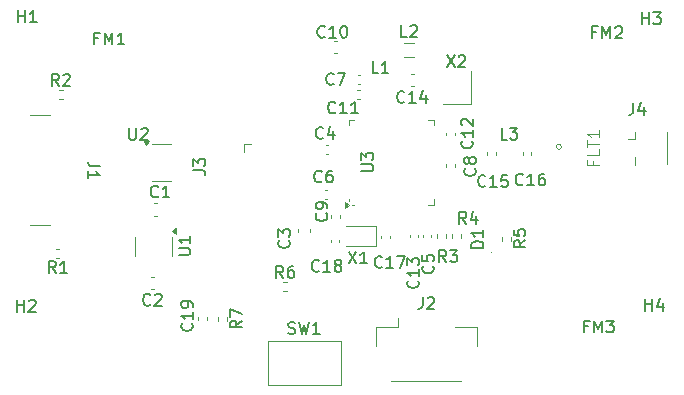
<source format=gbr>
%TF.GenerationSoftware,KiCad,Pcbnew,9.0.2*%
%TF.CreationDate,2025-06-08T15:41:30-05:00*%
%TF.ProjectId,STM32,53544d33-322e-46b6-9963-61645f706362,rev?*%
%TF.SameCoordinates,PX218c9f8PY54a9188*%
%TF.FileFunction,Legend,Top*%
%TF.FilePolarity,Positive*%
%FSLAX46Y46*%
G04 Gerber Fmt 4.6, Leading zero omitted, Abs format (unit mm)*
G04 Created by KiCad (PCBNEW 9.0.2) date 2025-06-08 15:41:30*
%MOMM*%
%LPD*%
G01*
G04 APERTURE LIST*
%ADD10C,0.150000*%
%ADD11C,0.100000*%
%ADD12C,0.120000*%
G04 APERTURE END LIST*
D10*
X10141180Y18426334D02*
X9426895Y18426334D01*
X9426895Y18426334D02*
X9284038Y18473953D01*
X9284038Y18473953D02*
X9188800Y18569191D01*
X9188800Y18569191D02*
X9141180Y18712048D01*
X9141180Y18712048D02*
X9141180Y18807286D01*
X9141180Y17426334D02*
X9141180Y17997762D01*
X9141180Y17712048D02*
X10141180Y17712048D01*
X10141180Y17712048D02*
X9998323Y17807286D01*
X9998323Y17807286D02*
X9903085Y17902524D01*
X9903085Y17902524D02*
X9855466Y17997762D01*
X28694142Y9600420D02*
X28646523Y9552800D01*
X28646523Y9552800D02*
X28503666Y9505181D01*
X28503666Y9505181D02*
X28408428Y9505181D01*
X28408428Y9505181D02*
X28265571Y9552800D01*
X28265571Y9552800D02*
X28170333Y9648039D01*
X28170333Y9648039D02*
X28122714Y9743277D01*
X28122714Y9743277D02*
X28075095Y9933753D01*
X28075095Y9933753D02*
X28075095Y10076610D01*
X28075095Y10076610D02*
X28122714Y10267086D01*
X28122714Y10267086D02*
X28170333Y10362324D01*
X28170333Y10362324D02*
X28265571Y10457562D01*
X28265571Y10457562D02*
X28408428Y10505181D01*
X28408428Y10505181D02*
X28503666Y10505181D01*
X28503666Y10505181D02*
X28646523Y10457562D01*
X28646523Y10457562D02*
X28694142Y10409943D01*
X29646523Y9505181D02*
X29075095Y9505181D01*
X29360809Y9505181D02*
X29360809Y10505181D01*
X29360809Y10505181D02*
X29265571Y10362324D01*
X29265571Y10362324D02*
X29170333Y10267086D01*
X29170333Y10267086D02*
X29075095Y10219467D01*
X30217952Y10076610D02*
X30122714Y10124229D01*
X30122714Y10124229D02*
X30075095Y10171848D01*
X30075095Y10171848D02*
X30027476Y10267086D01*
X30027476Y10267086D02*
X30027476Y10314705D01*
X30027476Y10314705D02*
X30075095Y10409943D01*
X30075095Y10409943D02*
X30122714Y10457562D01*
X30122714Y10457562D02*
X30217952Y10505181D01*
X30217952Y10505181D02*
X30408428Y10505181D01*
X30408428Y10505181D02*
X30503666Y10457562D01*
X30503666Y10457562D02*
X30551285Y10409943D01*
X30551285Y10409943D02*
X30598904Y10314705D01*
X30598904Y10314705D02*
X30598904Y10267086D01*
X30598904Y10267086D02*
X30551285Y10171848D01*
X30551285Y10171848D02*
X30503666Y10124229D01*
X30503666Y10124229D02*
X30408428Y10076610D01*
X30408428Y10076610D02*
X30217952Y10076610D01*
X30217952Y10076610D02*
X30122714Y10028991D01*
X30122714Y10028991D02*
X30075095Y9981372D01*
X30075095Y9981372D02*
X30027476Y9886134D01*
X30027476Y9886134D02*
X30027476Y9695658D01*
X30027476Y9695658D02*
X30075095Y9600420D01*
X30075095Y9600420D02*
X30122714Y9552800D01*
X30122714Y9552800D02*
X30217952Y9505181D01*
X30217952Y9505181D02*
X30408428Y9505181D01*
X30408428Y9505181D02*
X30503666Y9552800D01*
X30503666Y9552800D02*
X30551285Y9600420D01*
X30551285Y9600420D02*
X30598904Y9695658D01*
X30598904Y9695658D02*
X30598904Y9886134D01*
X30598904Y9886134D02*
X30551285Y9981372D01*
X30551285Y9981372D02*
X30503666Y10028991D01*
X30503666Y10028991D02*
X30408428Y10076610D01*
X52166238Y29791991D02*
X51832905Y29791991D01*
X51832905Y29268181D02*
X51832905Y30268181D01*
X51832905Y30268181D02*
X52309095Y30268181D01*
X52690048Y29268181D02*
X52690048Y30268181D01*
X52690048Y30268181D02*
X53023381Y29553896D01*
X53023381Y29553896D02*
X53356714Y30268181D01*
X53356714Y30268181D02*
X53356714Y29268181D01*
X53785286Y30172943D02*
X53832905Y30220562D01*
X53832905Y30220562D02*
X53928143Y30268181D01*
X53928143Y30268181D02*
X54166238Y30268181D01*
X54166238Y30268181D02*
X54261476Y30220562D01*
X54261476Y30220562D02*
X54309095Y30172943D01*
X54309095Y30172943D02*
X54356714Y30077705D01*
X54356714Y30077705D02*
X54356714Y29982467D01*
X54356714Y29982467D02*
X54309095Y29839610D01*
X54309095Y29839610D02*
X53737667Y29268181D01*
X53737667Y29268181D02*
X54356714Y29268181D01*
X41154333Y13568181D02*
X40821000Y14044372D01*
X40582905Y13568181D02*
X40582905Y14568181D01*
X40582905Y14568181D02*
X40963857Y14568181D01*
X40963857Y14568181D02*
X41059095Y14520562D01*
X41059095Y14520562D02*
X41106714Y14472943D01*
X41106714Y14472943D02*
X41154333Y14377705D01*
X41154333Y14377705D02*
X41154333Y14234848D01*
X41154333Y14234848D02*
X41106714Y14139610D01*
X41106714Y14139610D02*
X41059095Y14091991D01*
X41059095Y14091991D02*
X40963857Y14044372D01*
X40963857Y14044372D02*
X40582905Y14044372D01*
X42011476Y14234848D02*
X42011476Y13568181D01*
X41773381Y14615800D02*
X41535286Y13901515D01*
X41535286Y13901515D02*
X42154333Y13901515D01*
X29932333Y25421420D02*
X29884714Y25373800D01*
X29884714Y25373800D02*
X29741857Y25326181D01*
X29741857Y25326181D02*
X29646619Y25326181D01*
X29646619Y25326181D02*
X29503762Y25373800D01*
X29503762Y25373800D02*
X29408524Y25469039D01*
X29408524Y25469039D02*
X29360905Y25564277D01*
X29360905Y25564277D02*
X29313286Y25754753D01*
X29313286Y25754753D02*
X29313286Y25897610D01*
X29313286Y25897610D02*
X29360905Y26088086D01*
X29360905Y26088086D02*
X29408524Y26183324D01*
X29408524Y26183324D02*
X29503762Y26278562D01*
X29503762Y26278562D02*
X29646619Y26326181D01*
X29646619Y26326181D02*
X29741857Y26326181D01*
X29741857Y26326181D02*
X29884714Y26278562D01*
X29884714Y26278562D02*
X29932333Y26230943D01*
X30265667Y26326181D02*
X30932333Y26326181D01*
X30932333Y26326181D02*
X30503762Y25326181D01*
X16800819Y10922096D02*
X17610342Y10922096D01*
X17610342Y10922096D02*
X17705580Y10969715D01*
X17705580Y10969715D02*
X17753200Y11017334D01*
X17753200Y11017334D02*
X17800819Y11112572D01*
X17800819Y11112572D02*
X17800819Y11303048D01*
X17800819Y11303048D02*
X17753200Y11398286D01*
X17753200Y11398286D02*
X17705580Y11445905D01*
X17705580Y11445905D02*
X17610342Y11493524D01*
X17610342Y11493524D02*
X16800819Y11493524D01*
X17800819Y12493524D02*
X17800819Y11922096D01*
X17800819Y12207810D02*
X16800819Y12207810D01*
X16800819Y12207810D02*
X16943676Y12112572D01*
X16943676Y12112572D02*
X17038914Y12017334D01*
X17038914Y12017334D02*
X17086533Y11922096D01*
X31194476Y11213181D02*
X31861142Y10213181D01*
X31861142Y11213181D02*
X31194476Y10213181D01*
X32765904Y10213181D02*
X32194476Y10213181D01*
X32480190Y10213181D02*
X32480190Y11213181D01*
X32480190Y11213181D02*
X32384952Y11070324D01*
X32384952Y11070324D02*
X32289714Y10975086D01*
X32289714Y10975086D02*
X32194476Y10927467D01*
X42605819Y11519906D02*
X41605819Y11519906D01*
X41605819Y11519906D02*
X41605819Y11758001D01*
X41605819Y11758001D02*
X41653438Y11900858D01*
X41653438Y11900858D02*
X41748676Y11996096D01*
X41748676Y11996096D02*
X41843914Y12043715D01*
X41843914Y12043715D02*
X42034390Y12091334D01*
X42034390Y12091334D02*
X42177247Y12091334D01*
X42177247Y12091334D02*
X42367723Y12043715D01*
X42367723Y12043715D02*
X42462961Y11996096D01*
X42462961Y11996096D02*
X42558200Y11900858D01*
X42558200Y11900858D02*
X42605819Y11758001D01*
X42605819Y11758001D02*
X42605819Y11519906D01*
X42605819Y13043715D02*
X42605819Y12472287D01*
X42605819Y12758001D02*
X41605819Y12758001D01*
X41605819Y12758001D02*
X41748676Y12662763D01*
X41748676Y12662763D02*
X41843914Y12567525D01*
X41843914Y12567525D02*
X41891533Y12472287D01*
X22185819Y5356334D02*
X21709628Y5023001D01*
X22185819Y4784906D02*
X21185819Y4784906D01*
X21185819Y4784906D02*
X21185819Y5165858D01*
X21185819Y5165858D02*
X21233438Y5261096D01*
X21233438Y5261096D02*
X21281057Y5308715D01*
X21281057Y5308715D02*
X21376295Y5356334D01*
X21376295Y5356334D02*
X21519152Y5356334D01*
X21519152Y5356334D02*
X21614390Y5308715D01*
X21614390Y5308715D02*
X21662009Y5261096D01*
X21662009Y5261096D02*
X21709628Y5165858D01*
X21709628Y5165858D02*
X21709628Y4784906D01*
X21185819Y5689668D02*
X21185819Y6356334D01*
X21185819Y6356334D02*
X22185819Y5927763D01*
X32275819Y18011096D02*
X33085342Y18011096D01*
X33085342Y18011096D02*
X33180580Y18058715D01*
X33180580Y18058715D02*
X33228200Y18106334D01*
X33228200Y18106334D02*
X33275819Y18201572D01*
X33275819Y18201572D02*
X33275819Y18392048D01*
X33275819Y18392048D02*
X33228200Y18487286D01*
X33228200Y18487286D02*
X33180580Y18534905D01*
X33180580Y18534905D02*
X33085342Y18582524D01*
X33085342Y18582524D02*
X32275819Y18582524D01*
X32275819Y18963477D02*
X32275819Y19582524D01*
X32275819Y19582524D02*
X32656771Y19249191D01*
X32656771Y19249191D02*
X32656771Y19392048D01*
X32656771Y19392048D02*
X32704390Y19487286D01*
X32704390Y19487286D02*
X32752009Y19534905D01*
X32752009Y19534905D02*
X32847247Y19582524D01*
X32847247Y19582524D02*
X33085342Y19582524D01*
X33085342Y19582524D02*
X33180580Y19534905D01*
X33180580Y19534905D02*
X33228200Y19487286D01*
X33228200Y19487286D02*
X33275819Y19392048D01*
X33275819Y19392048D02*
X33275819Y19106334D01*
X33275819Y19106334D02*
X33228200Y19011096D01*
X33228200Y19011096D02*
X33180580Y18963477D01*
X41634580Y20566143D02*
X41682200Y20518524D01*
X41682200Y20518524D02*
X41729819Y20375667D01*
X41729819Y20375667D02*
X41729819Y20280429D01*
X41729819Y20280429D02*
X41682200Y20137572D01*
X41682200Y20137572D02*
X41586961Y20042334D01*
X41586961Y20042334D02*
X41491723Y19994715D01*
X41491723Y19994715D02*
X41301247Y19947096D01*
X41301247Y19947096D02*
X41158390Y19947096D01*
X41158390Y19947096D02*
X40967914Y19994715D01*
X40967914Y19994715D02*
X40872676Y20042334D01*
X40872676Y20042334D02*
X40777438Y20137572D01*
X40777438Y20137572D02*
X40729819Y20280429D01*
X40729819Y20280429D02*
X40729819Y20375667D01*
X40729819Y20375667D02*
X40777438Y20518524D01*
X40777438Y20518524D02*
X40825057Y20566143D01*
X41729819Y21518524D02*
X41729819Y20947096D01*
X41729819Y21232810D02*
X40729819Y21232810D01*
X40729819Y21232810D02*
X40872676Y21137572D01*
X40872676Y21137572D02*
X40967914Y21042334D01*
X40967914Y21042334D02*
X41015533Y20947096D01*
X40825057Y21899477D02*
X40777438Y21947096D01*
X40777438Y21947096D02*
X40729819Y22042334D01*
X40729819Y22042334D02*
X40729819Y22280429D01*
X40729819Y22280429D02*
X40777438Y22375667D01*
X40777438Y22375667D02*
X40825057Y22423286D01*
X40825057Y22423286D02*
X40920295Y22470905D01*
X40920295Y22470905D02*
X41015533Y22470905D01*
X41015533Y22470905D02*
X41158390Y22423286D01*
X41158390Y22423286D02*
X41729819Y21851858D01*
X41729819Y21851858D02*
X41729819Y22470905D01*
X17930580Y5130143D02*
X17978200Y5082524D01*
X17978200Y5082524D02*
X18025819Y4939667D01*
X18025819Y4939667D02*
X18025819Y4844429D01*
X18025819Y4844429D02*
X17978200Y4701572D01*
X17978200Y4701572D02*
X17882961Y4606334D01*
X17882961Y4606334D02*
X17787723Y4558715D01*
X17787723Y4558715D02*
X17597247Y4511096D01*
X17597247Y4511096D02*
X17454390Y4511096D01*
X17454390Y4511096D02*
X17263914Y4558715D01*
X17263914Y4558715D02*
X17168676Y4606334D01*
X17168676Y4606334D02*
X17073438Y4701572D01*
X17073438Y4701572D02*
X17025819Y4844429D01*
X17025819Y4844429D02*
X17025819Y4939667D01*
X17025819Y4939667D02*
X17073438Y5082524D01*
X17073438Y5082524D02*
X17121057Y5130143D01*
X18025819Y6082524D02*
X18025819Y5511096D01*
X18025819Y5796810D02*
X17025819Y5796810D01*
X17025819Y5796810D02*
X17168676Y5701572D01*
X17168676Y5701572D02*
X17263914Y5606334D01*
X17263914Y5606334D02*
X17311533Y5511096D01*
X18025819Y6558715D02*
X18025819Y6749191D01*
X18025819Y6749191D02*
X17978200Y6844429D01*
X17978200Y6844429D02*
X17930580Y6892048D01*
X17930580Y6892048D02*
X17787723Y6987286D01*
X17787723Y6987286D02*
X17597247Y7034905D01*
X17597247Y7034905D02*
X17216295Y7034905D01*
X17216295Y7034905D02*
X17121057Y6987286D01*
X17121057Y6987286D02*
X17073438Y6939667D01*
X17073438Y6939667D02*
X17025819Y6844429D01*
X17025819Y6844429D02*
X17025819Y6653953D01*
X17025819Y6653953D02*
X17073438Y6558715D01*
X17073438Y6558715D02*
X17121057Y6511096D01*
X17121057Y6511096D02*
X17216295Y6463477D01*
X17216295Y6463477D02*
X17454390Y6463477D01*
X17454390Y6463477D02*
X17549628Y6511096D01*
X17549628Y6511096D02*
X17597247Y6558715D01*
X17597247Y6558715D02*
X17644866Y6653953D01*
X17644866Y6653953D02*
X17644866Y6844429D01*
X17644866Y6844429D02*
X17597247Y6939667D01*
X17597247Y6939667D02*
X17549628Y6987286D01*
X17549628Y6987286D02*
X17454390Y7034905D01*
X6664333Y25238181D02*
X6331000Y25714372D01*
X6092905Y25238181D02*
X6092905Y26238181D01*
X6092905Y26238181D02*
X6473857Y26238181D01*
X6473857Y26238181D02*
X6569095Y26190562D01*
X6569095Y26190562D02*
X6616714Y26142943D01*
X6616714Y26142943D02*
X6664333Y26047705D01*
X6664333Y26047705D02*
X6664333Y25904848D01*
X6664333Y25904848D02*
X6616714Y25809610D01*
X6616714Y25809610D02*
X6569095Y25761991D01*
X6569095Y25761991D02*
X6473857Y25714372D01*
X6473857Y25714372D02*
X6092905Y25714372D01*
X7045286Y26142943D02*
X7092905Y26190562D01*
X7092905Y26190562D02*
X7188143Y26238181D01*
X7188143Y26238181D02*
X7426238Y26238181D01*
X7426238Y26238181D02*
X7521476Y26190562D01*
X7521476Y26190562D02*
X7569095Y26142943D01*
X7569095Y26142943D02*
X7616714Y26047705D01*
X7616714Y26047705D02*
X7616714Y25952467D01*
X7616714Y25952467D02*
X7569095Y25809610D01*
X7569095Y25809610D02*
X6997667Y25238181D01*
X6997667Y25238181D02*
X7616714Y25238181D01*
X35933142Y23897420D02*
X35885523Y23849800D01*
X35885523Y23849800D02*
X35742666Y23802181D01*
X35742666Y23802181D02*
X35647428Y23802181D01*
X35647428Y23802181D02*
X35504571Y23849800D01*
X35504571Y23849800D02*
X35409333Y23945039D01*
X35409333Y23945039D02*
X35361714Y24040277D01*
X35361714Y24040277D02*
X35314095Y24230753D01*
X35314095Y24230753D02*
X35314095Y24373610D01*
X35314095Y24373610D02*
X35361714Y24564086D01*
X35361714Y24564086D02*
X35409333Y24659324D01*
X35409333Y24659324D02*
X35504571Y24754562D01*
X35504571Y24754562D02*
X35647428Y24802181D01*
X35647428Y24802181D02*
X35742666Y24802181D01*
X35742666Y24802181D02*
X35885523Y24754562D01*
X35885523Y24754562D02*
X35933142Y24706943D01*
X36885523Y23802181D02*
X36314095Y23802181D01*
X36599809Y23802181D02*
X36599809Y24802181D01*
X36599809Y24802181D02*
X36504571Y24659324D01*
X36504571Y24659324D02*
X36409333Y24564086D01*
X36409333Y24564086D02*
X36314095Y24516467D01*
X37742666Y24468848D02*
X37742666Y23802181D01*
X37504571Y24849800D02*
X37266476Y24135515D01*
X37266476Y24135515D02*
X37885523Y24135515D01*
X14429333Y6733420D02*
X14381714Y6685800D01*
X14381714Y6685800D02*
X14238857Y6638181D01*
X14238857Y6638181D02*
X14143619Y6638181D01*
X14143619Y6638181D02*
X14000762Y6685800D01*
X14000762Y6685800D02*
X13905524Y6781039D01*
X13905524Y6781039D02*
X13857905Y6876277D01*
X13857905Y6876277D02*
X13810286Y7066753D01*
X13810286Y7066753D02*
X13810286Y7209610D01*
X13810286Y7209610D02*
X13857905Y7400086D01*
X13857905Y7400086D02*
X13905524Y7495324D01*
X13905524Y7495324D02*
X14000762Y7590562D01*
X14000762Y7590562D02*
X14143619Y7638181D01*
X14143619Y7638181D02*
X14238857Y7638181D01*
X14238857Y7638181D02*
X14381714Y7590562D01*
X14381714Y7590562D02*
X14429333Y7542943D01*
X14810286Y7542943D02*
X14857905Y7590562D01*
X14857905Y7590562D02*
X14953143Y7638181D01*
X14953143Y7638181D02*
X15191238Y7638181D01*
X15191238Y7638181D02*
X15286476Y7590562D01*
X15286476Y7590562D02*
X15334095Y7542943D01*
X15334095Y7542943D02*
X15381714Y7447705D01*
X15381714Y7447705D02*
X15381714Y7352467D01*
X15381714Y7352467D02*
X15334095Y7209610D01*
X15334095Y7209610D02*
X14762667Y6638181D01*
X14762667Y6638181D02*
X15381714Y6638181D01*
X15073333Y15896420D02*
X15025714Y15848800D01*
X15025714Y15848800D02*
X14882857Y15801181D01*
X14882857Y15801181D02*
X14787619Y15801181D01*
X14787619Y15801181D02*
X14644762Y15848800D01*
X14644762Y15848800D02*
X14549524Y15944039D01*
X14549524Y15944039D02*
X14501905Y16039277D01*
X14501905Y16039277D02*
X14454286Y16229753D01*
X14454286Y16229753D02*
X14454286Y16372610D01*
X14454286Y16372610D02*
X14501905Y16563086D01*
X14501905Y16563086D02*
X14549524Y16658324D01*
X14549524Y16658324D02*
X14644762Y16753562D01*
X14644762Y16753562D02*
X14787619Y16801181D01*
X14787619Y16801181D02*
X14882857Y16801181D01*
X14882857Y16801181D02*
X15025714Y16753562D01*
X15025714Y16753562D02*
X15073333Y16705943D01*
X16025714Y15801181D02*
X15454286Y15801181D01*
X15740000Y15801181D02*
X15740000Y16801181D01*
X15740000Y16801181D02*
X15644762Y16658324D01*
X15644762Y16658324D02*
X15549524Y16563086D01*
X15549524Y16563086D02*
X15454286Y16515467D01*
X3225821Y30634907D02*
X3225821Y31634907D01*
X3225821Y31158717D02*
X3797249Y31158717D01*
X3797249Y30634907D02*
X3797249Y31634907D01*
X4797249Y30634907D02*
X4225821Y30634907D01*
X4511535Y30634907D02*
X4511535Y31634907D01*
X4511535Y31634907D02*
X4416297Y31492050D01*
X4416297Y31492050D02*
X4321059Y31396812D01*
X4321059Y31396812D02*
X4225821Y31349193D01*
D11*
X51876609Y18853953D02*
X51876609Y18520620D01*
X52400419Y18520620D02*
X51400419Y18520620D01*
X51400419Y18520620D02*
X51400419Y18996810D01*
X52400419Y19853953D02*
X52400419Y19377763D01*
X52400419Y19377763D02*
X51400419Y19377763D01*
X51400419Y20044430D02*
X51400419Y20615858D01*
X52400419Y20330144D02*
X51400419Y20330144D01*
X52400419Y21473001D02*
X52400419Y20901573D01*
X52400419Y21187287D02*
X51400419Y21187287D01*
X51400419Y21187287D02*
X51543276Y21092049D01*
X51543276Y21092049D02*
X51638514Y20996811D01*
X51638514Y20996811D02*
X51686133Y20901573D01*
D10*
X10017238Y29278991D02*
X9683905Y29278991D01*
X9683905Y28755181D02*
X9683905Y29755181D01*
X9683905Y29755181D02*
X10160095Y29755181D01*
X10541048Y28755181D02*
X10541048Y29755181D01*
X10541048Y29755181D02*
X10874381Y29040896D01*
X10874381Y29040896D02*
X11207714Y29755181D01*
X11207714Y29755181D02*
X11207714Y28755181D01*
X12207714Y28755181D02*
X11636286Y28755181D01*
X11922000Y28755181D02*
X11922000Y29755181D01*
X11922000Y29755181D02*
X11826762Y29612324D01*
X11826762Y29612324D02*
X11731524Y29517086D01*
X11731524Y29517086D02*
X11636286Y29469467D01*
X26098667Y4291800D02*
X26241524Y4244181D01*
X26241524Y4244181D02*
X26479619Y4244181D01*
X26479619Y4244181D02*
X26574857Y4291800D01*
X26574857Y4291800D02*
X26622476Y4339420D01*
X26622476Y4339420D02*
X26670095Y4434658D01*
X26670095Y4434658D02*
X26670095Y4529896D01*
X26670095Y4529896D02*
X26622476Y4625134D01*
X26622476Y4625134D02*
X26574857Y4672753D01*
X26574857Y4672753D02*
X26479619Y4720372D01*
X26479619Y4720372D02*
X26289143Y4767991D01*
X26289143Y4767991D02*
X26193905Y4815610D01*
X26193905Y4815610D02*
X26146286Y4863229D01*
X26146286Y4863229D02*
X26098667Y4958467D01*
X26098667Y4958467D02*
X26098667Y5053705D01*
X26098667Y5053705D02*
X26146286Y5148943D01*
X26146286Y5148943D02*
X26193905Y5196562D01*
X26193905Y5196562D02*
X26289143Y5244181D01*
X26289143Y5244181D02*
X26527238Y5244181D01*
X26527238Y5244181D02*
X26670095Y5196562D01*
X27003429Y5244181D02*
X27241524Y4244181D01*
X27241524Y4244181D02*
X27432000Y4958467D01*
X27432000Y4958467D02*
X27622476Y4244181D01*
X27622476Y4244181D02*
X27860572Y5244181D01*
X28765333Y4244181D02*
X28193905Y4244181D01*
X28479619Y4244181D02*
X28479619Y5244181D01*
X28479619Y5244181D02*
X28384381Y5101324D01*
X28384381Y5101324D02*
X28289143Y5006086D01*
X28289143Y5006086D02*
X28193905Y4958467D01*
X42791142Y16785420D02*
X42743523Y16737800D01*
X42743523Y16737800D02*
X42600666Y16690181D01*
X42600666Y16690181D02*
X42505428Y16690181D01*
X42505428Y16690181D02*
X42362571Y16737800D01*
X42362571Y16737800D02*
X42267333Y16833039D01*
X42267333Y16833039D02*
X42219714Y16928277D01*
X42219714Y16928277D02*
X42172095Y17118753D01*
X42172095Y17118753D02*
X42172095Y17261610D01*
X42172095Y17261610D02*
X42219714Y17452086D01*
X42219714Y17452086D02*
X42267333Y17547324D01*
X42267333Y17547324D02*
X42362571Y17642562D01*
X42362571Y17642562D02*
X42505428Y17690181D01*
X42505428Y17690181D02*
X42600666Y17690181D01*
X42600666Y17690181D02*
X42743523Y17642562D01*
X42743523Y17642562D02*
X42791142Y17594943D01*
X43743523Y16690181D02*
X43172095Y16690181D01*
X43457809Y16690181D02*
X43457809Y17690181D01*
X43457809Y17690181D02*
X43362571Y17547324D01*
X43362571Y17547324D02*
X43267333Y17452086D01*
X43267333Y17452086D02*
X43172095Y17404467D01*
X44648285Y17690181D02*
X44172095Y17690181D01*
X44172095Y17690181D02*
X44124476Y17213991D01*
X44124476Y17213991D02*
X44172095Y17261610D01*
X44172095Y17261610D02*
X44267333Y17309229D01*
X44267333Y17309229D02*
X44505428Y17309229D01*
X44505428Y17309229D02*
X44600666Y17261610D01*
X44600666Y17261610D02*
X44648285Y17213991D01*
X44648285Y17213991D02*
X44695904Y17118753D01*
X44695904Y17118753D02*
X44695904Y16880658D01*
X44695904Y16880658D02*
X44648285Y16785420D01*
X44648285Y16785420D02*
X44600666Y16737800D01*
X44600666Y16737800D02*
X44505428Y16690181D01*
X44505428Y16690181D02*
X44267333Y16690181D01*
X44267333Y16690181D02*
X44172095Y16737800D01*
X44172095Y16737800D02*
X44124476Y16785420D01*
X39457333Y10340181D02*
X39124000Y10816372D01*
X38885905Y10340181D02*
X38885905Y11340181D01*
X38885905Y11340181D02*
X39266857Y11340181D01*
X39266857Y11340181D02*
X39362095Y11292562D01*
X39362095Y11292562D02*
X39409714Y11244943D01*
X39409714Y11244943D02*
X39457333Y11149705D01*
X39457333Y11149705D02*
X39457333Y11006848D01*
X39457333Y11006848D02*
X39409714Y10911610D01*
X39409714Y10911610D02*
X39362095Y10863991D01*
X39362095Y10863991D02*
X39266857Y10816372D01*
X39266857Y10816372D02*
X38885905Y10816372D01*
X39790667Y11340181D02*
X40409714Y11340181D01*
X40409714Y11340181D02*
X40076381Y10959229D01*
X40076381Y10959229D02*
X40219238Y10959229D01*
X40219238Y10959229D02*
X40314476Y10911610D01*
X40314476Y10911610D02*
X40362095Y10863991D01*
X40362095Y10863991D02*
X40409714Y10768753D01*
X40409714Y10768753D02*
X40409714Y10530658D01*
X40409714Y10530658D02*
X40362095Y10435420D01*
X40362095Y10435420D02*
X40314476Y10387800D01*
X40314476Y10387800D02*
X40219238Y10340181D01*
X40219238Y10340181D02*
X39933524Y10340181D01*
X39933524Y10340181D02*
X39838286Y10387800D01*
X39838286Y10387800D02*
X39790667Y10435420D01*
X28916333Y17166420D02*
X28868714Y17118800D01*
X28868714Y17118800D02*
X28725857Y17071181D01*
X28725857Y17071181D02*
X28630619Y17071181D01*
X28630619Y17071181D02*
X28487762Y17118800D01*
X28487762Y17118800D02*
X28392524Y17214039D01*
X28392524Y17214039D02*
X28344905Y17309277D01*
X28344905Y17309277D02*
X28297286Y17499753D01*
X28297286Y17499753D02*
X28297286Y17642610D01*
X28297286Y17642610D02*
X28344905Y17833086D01*
X28344905Y17833086D02*
X28392524Y17928324D01*
X28392524Y17928324D02*
X28487762Y18023562D01*
X28487762Y18023562D02*
X28630619Y18071181D01*
X28630619Y18071181D02*
X28725857Y18071181D01*
X28725857Y18071181D02*
X28868714Y18023562D01*
X28868714Y18023562D02*
X28916333Y17975943D01*
X29773476Y18071181D02*
X29583000Y18071181D01*
X29583000Y18071181D02*
X29487762Y18023562D01*
X29487762Y18023562D02*
X29440143Y17975943D01*
X29440143Y17975943D02*
X29344905Y17833086D01*
X29344905Y17833086D02*
X29297286Y17642610D01*
X29297286Y17642610D02*
X29297286Y17261658D01*
X29297286Y17261658D02*
X29344905Y17166420D01*
X29344905Y17166420D02*
X29392524Y17118800D01*
X29392524Y17118800D02*
X29487762Y17071181D01*
X29487762Y17071181D02*
X29678238Y17071181D01*
X29678238Y17071181D02*
X29773476Y17118800D01*
X29773476Y17118800D02*
X29821095Y17166420D01*
X29821095Y17166420D02*
X29868714Y17261658D01*
X29868714Y17261658D02*
X29868714Y17499753D01*
X29868714Y17499753D02*
X29821095Y17594991D01*
X29821095Y17594991D02*
X29773476Y17642610D01*
X29773476Y17642610D02*
X29678238Y17690229D01*
X29678238Y17690229D02*
X29487762Y17690229D01*
X29487762Y17690229D02*
X29392524Y17642610D01*
X29392524Y17642610D02*
X29344905Y17594991D01*
X29344905Y17594991D02*
X29297286Y17499753D01*
X44639333Y20698181D02*
X44163143Y20698181D01*
X44163143Y20698181D02*
X44163143Y21698181D01*
X44877429Y21698181D02*
X45496476Y21698181D01*
X45496476Y21698181D02*
X45163143Y21317229D01*
X45163143Y21317229D02*
X45306000Y21317229D01*
X45306000Y21317229D02*
X45401238Y21269610D01*
X45401238Y21269610D02*
X45448857Y21221991D01*
X45448857Y21221991D02*
X45496476Y21126753D01*
X45496476Y21126753D02*
X45496476Y20888658D01*
X45496476Y20888658D02*
X45448857Y20793420D01*
X45448857Y20793420D02*
X45401238Y20745800D01*
X45401238Y20745800D02*
X45306000Y20698181D01*
X45306000Y20698181D02*
X45020286Y20698181D01*
X45020286Y20698181D02*
X44925048Y20745800D01*
X44925048Y20745800D02*
X44877429Y20793420D01*
X33704333Y26318181D02*
X33228143Y26318181D01*
X33228143Y26318181D02*
X33228143Y27318181D01*
X34561476Y26318181D02*
X33990048Y26318181D01*
X34275762Y26318181D02*
X34275762Y27318181D01*
X34275762Y27318181D02*
X34180524Y27175324D01*
X34180524Y27175324D02*
X34085286Y27080086D01*
X34085286Y27080086D02*
X33990048Y27032467D01*
X36154333Y29368181D02*
X35678143Y29368181D01*
X35678143Y29368181D02*
X35678143Y30368181D01*
X36440048Y30272943D02*
X36487667Y30320562D01*
X36487667Y30320562D02*
X36582905Y30368181D01*
X36582905Y30368181D02*
X36821000Y30368181D01*
X36821000Y30368181D02*
X36916238Y30320562D01*
X36916238Y30320562D02*
X36963857Y30272943D01*
X36963857Y30272943D02*
X37011476Y30177705D01*
X37011476Y30177705D02*
X37011476Y30082467D01*
X37011476Y30082467D02*
X36963857Y29939610D01*
X36963857Y29939610D02*
X36392429Y29368181D01*
X36392429Y29368181D02*
X37011476Y29368181D01*
X39511476Y27818181D02*
X40178142Y26818181D01*
X40178142Y27818181D02*
X39511476Y26818181D01*
X40511476Y27722943D02*
X40559095Y27770562D01*
X40559095Y27770562D02*
X40654333Y27818181D01*
X40654333Y27818181D02*
X40892428Y27818181D01*
X40892428Y27818181D02*
X40987666Y27770562D01*
X40987666Y27770562D02*
X41035285Y27722943D01*
X41035285Y27722943D02*
X41082904Y27627705D01*
X41082904Y27627705D02*
X41082904Y27532467D01*
X41082904Y27532467D02*
X41035285Y27389610D01*
X41035285Y27389610D02*
X40463857Y26818181D01*
X40463857Y26818181D02*
X41082904Y26818181D01*
X25654333Y8988181D02*
X25321000Y9464372D01*
X25082905Y8988181D02*
X25082905Y9988181D01*
X25082905Y9988181D02*
X25463857Y9988181D01*
X25463857Y9988181D02*
X25559095Y9940562D01*
X25559095Y9940562D02*
X25606714Y9892943D01*
X25606714Y9892943D02*
X25654333Y9797705D01*
X25654333Y9797705D02*
X25654333Y9654848D01*
X25654333Y9654848D02*
X25606714Y9559610D01*
X25606714Y9559610D02*
X25559095Y9511991D01*
X25559095Y9511991D02*
X25463857Y9464372D01*
X25463857Y9464372D02*
X25082905Y9464372D01*
X26511476Y9988181D02*
X26321000Y9988181D01*
X26321000Y9988181D02*
X26225762Y9940562D01*
X26225762Y9940562D02*
X26178143Y9892943D01*
X26178143Y9892943D02*
X26082905Y9750086D01*
X26082905Y9750086D02*
X26035286Y9559610D01*
X26035286Y9559610D02*
X26035286Y9178658D01*
X26035286Y9178658D02*
X26082905Y9083420D01*
X26082905Y9083420D02*
X26130524Y9035800D01*
X26130524Y9035800D02*
X26225762Y8988181D01*
X26225762Y8988181D02*
X26416238Y8988181D01*
X26416238Y8988181D02*
X26511476Y9035800D01*
X26511476Y9035800D02*
X26559095Y9083420D01*
X26559095Y9083420D02*
X26606714Y9178658D01*
X26606714Y9178658D02*
X26606714Y9416753D01*
X26606714Y9416753D02*
X26559095Y9511991D01*
X26559095Y9511991D02*
X26511476Y9559610D01*
X26511476Y9559610D02*
X26416238Y9607229D01*
X26416238Y9607229D02*
X26225762Y9607229D01*
X26225762Y9607229D02*
X26130524Y9559610D01*
X26130524Y9559610D02*
X26082905Y9511991D01*
X26082905Y9511991D02*
X26035286Y9416753D01*
X30091142Y23008420D02*
X30043523Y22960800D01*
X30043523Y22960800D02*
X29900666Y22913181D01*
X29900666Y22913181D02*
X29805428Y22913181D01*
X29805428Y22913181D02*
X29662571Y22960800D01*
X29662571Y22960800D02*
X29567333Y23056039D01*
X29567333Y23056039D02*
X29519714Y23151277D01*
X29519714Y23151277D02*
X29472095Y23341753D01*
X29472095Y23341753D02*
X29472095Y23484610D01*
X29472095Y23484610D02*
X29519714Y23675086D01*
X29519714Y23675086D02*
X29567333Y23770324D01*
X29567333Y23770324D02*
X29662571Y23865562D01*
X29662571Y23865562D02*
X29805428Y23913181D01*
X29805428Y23913181D02*
X29900666Y23913181D01*
X29900666Y23913181D02*
X30043523Y23865562D01*
X30043523Y23865562D02*
X30091142Y23817943D01*
X31043523Y22913181D02*
X30472095Y22913181D01*
X30757809Y22913181D02*
X30757809Y23913181D01*
X30757809Y23913181D02*
X30662571Y23770324D01*
X30662571Y23770324D02*
X30567333Y23675086D01*
X30567333Y23675086D02*
X30472095Y23627467D01*
X31995904Y22913181D02*
X31424476Y22913181D01*
X31710190Y22913181D02*
X31710190Y23913181D01*
X31710190Y23913181D02*
X31614952Y23770324D01*
X31614952Y23770324D02*
X31519714Y23675086D01*
X31519714Y23675086D02*
X31424476Y23627467D01*
X29315580Y14438334D02*
X29363200Y14390715D01*
X29363200Y14390715D02*
X29410819Y14247858D01*
X29410819Y14247858D02*
X29410819Y14152620D01*
X29410819Y14152620D02*
X29363200Y14009763D01*
X29363200Y14009763D02*
X29267961Y13914525D01*
X29267961Y13914525D02*
X29172723Y13866906D01*
X29172723Y13866906D02*
X28982247Y13819287D01*
X28982247Y13819287D02*
X28839390Y13819287D01*
X28839390Y13819287D02*
X28648914Y13866906D01*
X28648914Y13866906D02*
X28553676Y13914525D01*
X28553676Y13914525D02*
X28458438Y14009763D01*
X28458438Y14009763D02*
X28410819Y14152620D01*
X28410819Y14152620D02*
X28410819Y14247858D01*
X28410819Y14247858D02*
X28458438Y14390715D01*
X28458438Y14390715D02*
X28506057Y14438334D01*
X29410819Y14914525D02*
X29410819Y15105001D01*
X29410819Y15105001D02*
X29363200Y15200239D01*
X29363200Y15200239D02*
X29315580Y15247858D01*
X29315580Y15247858D02*
X29172723Y15343096D01*
X29172723Y15343096D02*
X28982247Y15390715D01*
X28982247Y15390715D02*
X28601295Y15390715D01*
X28601295Y15390715D02*
X28506057Y15343096D01*
X28506057Y15343096D02*
X28458438Y15295477D01*
X28458438Y15295477D02*
X28410819Y15200239D01*
X28410819Y15200239D02*
X28410819Y15009763D01*
X28410819Y15009763D02*
X28458438Y14914525D01*
X28458438Y14914525D02*
X28506057Y14866906D01*
X28506057Y14866906D02*
X28601295Y14819287D01*
X28601295Y14819287D02*
X28839390Y14819287D01*
X28839390Y14819287D02*
X28934628Y14866906D01*
X28934628Y14866906D02*
X28982247Y14914525D01*
X28982247Y14914525D02*
X29029866Y15009763D01*
X29029866Y15009763D02*
X29029866Y15200239D01*
X29029866Y15200239D02*
X28982247Y15295477D01*
X28982247Y15295477D02*
X28934628Y15343096D01*
X28934628Y15343096D02*
X28839390Y15390715D01*
X46174819Y12152334D02*
X45698628Y11819001D01*
X46174819Y11580906D02*
X45174819Y11580906D01*
X45174819Y11580906D02*
X45174819Y11961858D01*
X45174819Y11961858D02*
X45222438Y12057096D01*
X45222438Y12057096D02*
X45270057Y12104715D01*
X45270057Y12104715D02*
X45365295Y12152334D01*
X45365295Y12152334D02*
X45508152Y12152334D01*
X45508152Y12152334D02*
X45603390Y12104715D01*
X45603390Y12104715D02*
X45651009Y12057096D01*
X45651009Y12057096D02*
X45698628Y11961858D01*
X45698628Y11961858D02*
X45698628Y11580906D01*
X45174819Y13057096D02*
X45174819Y12580906D01*
X45174819Y12580906D02*
X45651009Y12533287D01*
X45651009Y12533287D02*
X45603390Y12580906D01*
X45603390Y12580906D02*
X45555771Y12676144D01*
X45555771Y12676144D02*
X45555771Y12914239D01*
X45555771Y12914239D02*
X45603390Y13009477D01*
X45603390Y13009477D02*
X45651009Y13057096D01*
X45651009Y13057096D02*
X45746247Y13104715D01*
X45746247Y13104715D02*
X45984342Y13104715D01*
X45984342Y13104715D02*
X46079580Y13057096D01*
X46079580Y13057096D02*
X46127200Y13009477D01*
X46127200Y13009477D02*
X46174819Y12914239D01*
X46174819Y12914239D02*
X46174819Y12676144D01*
X46174819Y12676144D02*
X46127200Y12580906D01*
X46127200Y12580906D02*
X46079580Y12533287D01*
X55292666Y23786181D02*
X55292666Y23071896D01*
X55292666Y23071896D02*
X55245047Y22929039D01*
X55245047Y22929039D02*
X55149809Y22833800D01*
X55149809Y22833800D02*
X55006952Y22786181D01*
X55006952Y22786181D02*
X54911714Y22786181D01*
X56197428Y23452848D02*
X56197428Y22786181D01*
X55959333Y23833800D02*
X55721238Y23119515D01*
X55721238Y23119515D02*
X56340285Y23119515D01*
X56059095Y30468181D02*
X56059095Y31468181D01*
X56059095Y30991991D02*
X56630523Y30991991D01*
X56630523Y30468181D02*
X56630523Y31468181D01*
X57011476Y31468181D02*
X57630523Y31468181D01*
X57630523Y31468181D02*
X57297190Y31087229D01*
X57297190Y31087229D02*
X57440047Y31087229D01*
X57440047Y31087229D02*
X57535285Y31039610D01*
X57535285Y31039610D02*
X57582904Y30991991D01*
X57582904Y30991991D02*
X57630523Y30896753D01*
X57630523Y30896753D02*
X57630523Y30658658D01*
X57630523Y30658658D02*
X57582904Y30563420D01*
X57582904Y30563420D02*
X57535285Y30515800D01*
X57535285Y30515800D02*
X57440047Y30468181D01*
X57440047Y30468181D02*
X57154333Y30468181D01*
X57154333Y30468181D02*
X57059095Y30515800D01*
X57059095Y30515800D02*
X57011476Y30563420D01*
X12626595Y21668181D02*
X12626595Y20858658D01*
X12626595Y20858658D02*
X12674214Y20763420D01*
X12674214Y20763420D02*
X12721833Y20715800D01*
X12721833Y20715800D02*
X12817071Y20668181D01*
X12817071Y20668181D02*
X13007547Y20668181D01*
X13007547Y20668181D02*
X13102785Y20715800D01*
X13102785Y20715800D02*
X13150404Y20763420D01*
X13150404Y20763420D02*
X13198023Y20858658D01*
X13198023Y20858658D02*
X13198023Y21668181D01*
X13626595Y21572943D02*
X13674214Y21620562D01*
X13674214Y21620562D02*
X13769452Y21668181D01*
X13769452Y21668181D02*
X14007547Y21668181D01*
X14007547Y21668181D02*
X14102785Y21620562D01*
X14102785Y21620562D02*
X14150404Y21572943D01*
X14150404Y21572943D02*
X14198023Y21477705D01*
X14198023Y21477705D02*
X14198023Y21382467D01*
X14198023Y21382467D02*
X14150404Y21239610D01*
X14150404Y21239610D02*
X13578976Y20668181D01*
X13578976Y20668181D02*
X14198023Y20668181D01*
X6404333Y9398181D02*
X6071000Y9874372D01*
X5832905Y9398181D02*
X5832905Y10398181D01*
X5832905Y10398181D02*
X6213857Y10398181D01*
X6213857Y10398181D02*
X6309095Y10350562D01*
X6309095Y10350562D02*
X6356714Y10302943D01*
X6356714Y10302943D02*
X6404333Y10207705D01*
X6404333Y10207705D02*
X6404333Y10064848D01*
X6404333Y10064848D02*
X6356714Y9969610D01*
X6356714Y9969610D02*
X6309095Y9921991D01*
X6309095Y9921991D02*
X6213857Y9874372D01*
X6213857Y9874372D02*
X5832905Y9874372D01*
X7356714Y9398181D02*
X6785286Y9398181D01*
X7071000Y9398181D02*
X7071000Y10398181D01*
X7071000Y10398181D02*
X6975762Y10255324D01*
X6975762Y10255324D02*
X6880524Y10160086D01*
X6880524Y10160086D02*
X6785286Y10112467D01*
X29178142Y29413420D02*
X29130523Y29365800D01*
X29130523Y29365800D02*
X28987666Y29318181D01*
X28987666Y29318181D02*
X28892428Y29318181D01*
X28892428Y29318181D02*
X28749571Y29365800D01*
X28749571Y29365800D02*
X28654333Y29461039D01*
X28654333Y29461039D02*
X28606714Y29556277D01*
X28606714Y29556277D02*
X28559095Y29746753D01*
X28559095Y29746753D02*
X28559095Y29889610D01*
X28559095Y29889610D02*
X28606714Y30080086D01*
X28606714Y30080086D02*
X28654333Y30175324D01*
X28654333Y30175324D02*
X28749571Y30270562D01*
X28749571Y30270562D02*
X28892428Y30318181D01*
X28892428Y30318181D02*
X28987666Y30318181D01*
X28987666Y30318181D02*
X29130523Y30270562D01*
X29130523Y30270562D02*
X29178142Y30222943D01*
X30130523Y29318181D02*
X29559095Y29318181D01*
X29844809Y29318181D02*
X29844809Y30318181D01*
X29844809Y30318181D02*
X29749571Y30175324D01*
X29749571Y30175324D02*
X29654333Y30080086D01*
X29654333Y30080086D02*
X29559095Y30032467D01*
X30749571Y30318181D02*
X30844809Y30318181D01*
X30844809Y30318181D02*
X30940047Y30270562D01*
X30940047Y30270562D02*
X30987666Y30222943D01*
X30987666Y30222943D02*
X31035285Y30127705D01*
X31035285Y30127705D02*
X31082904Y29937229D01*
X31082904Y29937229D02*
X31082904Y29699134D01*
X31082904Y29699134D02*
X31035285Y29508658D01*
X31035285Y29508658D02*
X30987666Y29413420D01*
X30987666Y29413420D02*
X30940047Y29365800D01*
X30940047Y29365800D02*
X30844809Y29318181D01*
X30844809Y29318181D02*
X30749571Y29318181D01*
X30749571Y29318181D02*
X30654333Y29365800D01*
X30654333Y29365800D02*
X30606714Y29413420D01*
X30606714Y29413420D02*
X30559095Y29508658D01*
X30559095Y29508658D02*
X30511476Y29699134D01*
X30511476Y29699134D02*
X30511476Y29937229D01*
X30511476Y29937229D02*
X30559095Y30127705D01*
X30559095Y30127705D02*
X30606714Y30222943D01*
X30606714Y30222943D02*
X30654333Y30270562D01*
X30654333Y30270562D02*
X30749571Y30318181D01*
X41888580Y18248334D02*
X41936200Y18200715D01*
X41936200Y18200715D02*
X41983819Y18057858D01*
X41983819Y18057858D02*
X41983819Y17962620D01*
X41983819Y17962620D02*
X41936200Y17819763D01*
X41936200Y17819763D02*
X41840961Y17724525D01*
X41840961Y17724525D02*
X41745723Y17676906D01*
X41745723Y17676906D02*
X41555247Y17629287D01*
X41555247Y17629287D02*
X41412390Y17629287D01*
X41412390Y17629287D02*
X41221914Y17676906D01*
X41221914Y17676906D02*
X41126676Y17724525D01*
X41126676Y17724525D02*
X41031438Y17819763D01*
X41031438Y17819763D02*
X40983819Y17962620D01*
X40983819Y17962620D02*
X40983819Y18057858D01*
X40983819Y18057858D02*
X41031438Y18200715D01*
X41031438Y18200715D02*
X41079057Y18248334D01*
X41412390Y18819763D02*
X41364771Y18724525D01*
X41364771Y18724525D02*
X41317152Y18676906D01*
X41317152Y18676906D02*
X41221914Y18629287D01*
X41221914Y18629287D02*
X41174295Y18629287D01*
X41174295Y18629287D02*
X41079057Y18676906D01*
X41079057Y18676906D02*
X41031438Y18724525D01*
X41031438Y18724525D02*
X40983819Y18819763D01*
X40983819Y18819763D02*
X40983819Y19010239D01*
X40983819Y19010239D02*
X41031438Y19105477D01*
X41031438Y19105477D02*
X41079057Y19153096D01*
X41079057Y19153096D02*
X41174295Y19200715D01*
X41174295Y19200715D02*
X41221914Y19200715D01*
X41221914Y19200715D02*
X41317152Y19153096D01*
X41317152Y19153096D02*
X41364771Y19105477D01*
X41364771Y19105477D02*
X41412390Y19010239D01*
X41412390Y19010239D02*
X41412390Y18819763D01*
X41412390Y18819763D02*
X41460009Y18724525D01*
X41460009Y18724525D02*
X41507628Y18676906D01*
X41507628Y18676906D02*
X41602866Y18629287D01*
X41602866Y18629287D02*
X41793342Y18629287D01*
X41793342Y18629287D02*
X41888580Y18676906D01*
X41888580Y18676906D02*
X41936200Y18724525D01*
X41936200Y18724525D02*
X41983819Y18819763D01*
X41983819Y18819763D02*
X41983819Y19010239D01*
X41983819Y19010239D02*
X41936200Y19105477D01*
X41936200Y19105477D02*
X41888580Y19153096D01*
X41888580Y19153096D02*
X41793342Y19200715D01*
X41793342Y19200715D02*
X41602866Y19200715D01*
X41602866Y19200715D02*
X41507628Y19153096D01*
X41507628Y19153096D02*
X41460009Y19105477D01*
X41460009Y19105477D02*
X41412390Y19010239D01*
X34028142Y9927420D02*
X33980523Y9879800D01*
X33980523Y9879800D02*
X33837666Y9832181D01*
X33837666Y9832181D02*
X33742428Y9832181D01*
X33742428Y9832181D02*
X33599571Y9879800D01*
X33599571Y9879800D02*
X33504333Y9975039D01*
X33504333Y9975039D02*
X33456714Y10070277D01*
X33456714Y10070277D02*
X33409095Y10260753D01*
X33409095Y10260753D02*
X33409095Y10403610D01*
X33409095Y10403610D02*
X33456714Y10594086D01*
X33456714Y10594086D02*
X33504333Y10689324D01*
X33504333Y10689324D02*
X33599571Y10784562D01*
X33599571Y10784562D02*
X33742428Y10832181D01*
X33742428Y10832181D02*
X33837666Y10832181D01*
X33837666Y10832181D02*
X33980523Y10784562D01*
X33980523Y10784562D02*
X34028142Y10736943D01*
X34980523Y9832181D02*
X34409095Y9832181D01*
X34694809Y9832181D02*
X34694809Y10832181D01*
X34694809Y10832181D02*
X34599571Y10689324D01*
X34599571Y10689324D02*
X34504333Y10594086D01*
X34504333Y10594086D02*
X34409095Y10546467D01*
X35313857Y10832181D02*
X35980523Y10832181D01*
X35980523Y10832181D02*
X35551952Y9832181D01*
X38332580Y9993334D02*
X38380200Y9945715D01*
X38380200Y9945715D02*
X38427819Y9802858D01*
X38427819Y9802858D02*
X38427819Y9707620D01*
X38427819Y9707620D02*
X38380200Y9564763D01*
X38380200Y9564763D02*
X38284961Y9469525D01*
X38284961Y9469525D02*
X38189723Y9421906D01*
X38189723Y9421906D02*
X37999247Y9374287D01*
X37999247Y9374287D02*
X37856390Y9374287D01*
X37856390Y9374287D02*
X37665914Y9421906D01*
X37665914Y9421906D02*
X37570676Y9469525D01*
X37570676Y9469525D02*
X37475438Y9564763D01*
X37475438Y9564763D02*
X37427819Y9707620D01*
X37427819Y9707620D02*
X37427819Y9802858D01*
X37427819Y9802858D02*
X37475438Y9945715D01*
X37475438Y9945715D02*
X37523057Y9993334D01*
X37427819Y10898096D02*
X37427819Y10421906D01*
X37427819Y10421906D02*
X37904009Y10374287D01*
X37904009Y10374287D02*
X37856390Y10421906D01*
X37856390Y10421906D02*
X37808771Y10517144D01*
X37808771Y10517144D02*
X37808771Y10755239D01*
X37808771Y10755239D02*
X37856390Y10850477D01*
X37856390Y10850477D02*
X37904009Y10898096D01*
X37904009Y10898096D02*
X37999247Y10945715D01*
X37999247Y10945715D02*
X38237342Y10945715D01*
X38237342Y10945715D02*
X38332580Y10898096D01*
X38332580Y10898096D02*
X38380200Y10850477D01*
X38380200Y10850477D02*
X38427819Y10755239D01*
X38427819Y10755239D02*
X38427819Y10517144D01*
X38427819Y10517144D02*
X38380200Y10421906D01*
X38380200Y10421906D02*
X38332580Y10374287D01*
X18065819Y18074667D02*
X18780104Y18074667D01*
X18780104Y18074667D02*
X18922961Y18027048D01*
X18922961Y18027048D02*
X19018200Y17931810D01*
X19018200Y17931810D02*
X19065819Y17788953D01*
X19065819Y17788953D02*
X19065819Y17693715D01*
X18065819Y18455620D02*
X18065819Y19074667D01*
X18065819Y19074667D02*
X18446771Y18741334D01*
X18446771Y18741334D02*
X18446771Y18884191D01*
X18446771Y18884191D02*
X18494390Y18979429D01*
X18494390Y18979429D02*
X18542009Y19027048D01*
X18542009Y19027048D02*
X18637247Y19074667D01*
X18637247Y19074667D02*
X18875342Y19074667D01*
X18875342Y19074667D02*
X18970580Y19027048D01*
X18970580Y19027048D02*
X19018200Y18979429D01*
X19018200Y18979429D02*
X19065819Y18884191D01*
X19065819Y18884191D02*
X19065819Y18598477D01*
X19065819Y18598477D02*
X19018200Y18503239D01*
X19018200Y18503239D02*
X18970580Y18455620D01*
X3142369Y6134907D02*
X3142369Y7134907D01*
X3142369Y6658717D02*
X3713797Y6658717D01*
X3713797Y6134907D02*
X3713797Y7134907D01*
X4142369Y7039669D02*
X4189988Y7087288D01*
X4189988Y7087288D02*
X4285226Y7134907D01*
X4285226Y7134907D02*
X4523321Y7134907D01*
X4523321Y7134907D02*
X4618559Y7087288D01*
X4618559Y7087288D02*
X4666178Y7039669D01*
X4666178Y7039669D02*
X4713797Y6944431D01*
X4713797Y6944431D02*
X4713797Y6849193D01*
X4713797Y6849193D02*
X4666178Y6706336D01*
X4666178Y6706336D02*
X4094750Y6134907D01*
X4094750Y6134907D02*
X4713797Y6134907D01*
X26132580Y12152334D02*
X26180200Y12104715D01*
X26180200Y12104715D02*
X26227819Y11961858D01*
X26227819Y11961858D02*
X26227819Y11866620D01*
X26227819Y11866620D02*
X26180200Y11723763D01*
X26180200Y11723763D02*
X26084961Y11628525D01*
X26084961Y11628525D02*
X25989723Y11580906D01*
X25989723Y11580906D02*
X25799247Y11533287D01*
X25799247Y11533287D02*
X25656390Y11533287D01*
X25656390Y11533287D02*
X25465914Y11580906D01*
X25465914Y11580906D02*
X25370676Y11628525D01*
X25370676Y11628525D02*
X25275438Y11723763D01*
X25275438Y11723763D02*
X25227819Y11866620D01*
X25227819Y11866620D02*
X25227819Y11961858D01*
X25227819Y11961858D02*
X25275438Y12104715D01*
X25275438Y12104715D02*
X25323057Y12152334D01*
X25227819Y12485668D02*
X25227819Y13104715D01*
X25227819Y13104715D02*
X25608771Y12771382D01*
X25608771Y12771382D02*
X25608771Y12914239D01*
X25608771Y12914239D02*
X25656390Y13009477D01*
X25656390Y13009477D02*
X25704009Y13057096D01*
X25704009Y13057096D02*
X25799247Y13104715D01*
X25799247Y13104715D02*
X26037342Y13104715D01*
X26037342Y13104715D02*
X26132580Y13057096D01*
X26132580Y13057096D02*
X26180200Y13009477D01*
X26180200Y13009477D02*
X26227819Y12914239D01*
X26227819Y12914239D02*
X26227819Y12628525D01*
X26227819Y12628525D02*
X26180200Y12533287D01*
X26180200Y12533287D02*
X26132580Y12485668D01*
X37462666Y7368181D02*
X37462666Y6653896D01*
X37462666Y6653896D02*
X37415047Y6511039D01*
X37415047Y6511039D02*
X37319809Y6415800D01*
X37319809Y6415800D02*
X37176952Y6368181D01*
X37176952Y6368181D02*
X37081714Y6368181D01*
X37891238Y7272943D02*
X37938857Y7320562D01*
X37938857Y7320562D02*
X38034095Y7368181D01*
X38034095Y7368181D02*
X38272190Y7368181D01*
X38272190Y7368181D02*
X38367428Y7320562D01*
X38367428Y7320562D02*
X38415047Y7272943D01*
X38415047Y7272943D02*
X38462666Y7177705D01*
X38462666Y7177705D02*
X38462666Y7082467D01*
X38462666Y7082467D02*
X38415047Y6939610D01*
X38415047Y6939610D02*
X37843619Y6368181D01*
X37843619Y6368181D02*
X38462666Y6368181D01*
X56309095Y6218181D02*
X56309095Y7218181D01*
X56309095Y6741991D02*
X56880523Y6741991D01*
X56880523Y6218181D02*
X56880523Y7218181D01*
X57785285Y6884848D02*
X57785285Y6218181D01*
X57547190Y7265800D02*
X57309095Y6551515D01*
X57309095Y6551515D02*
X57928142Y6551515D01*
X29043333Y20849420D02*
X28995714Y20801800D01*
X28995714Y20801800D02*
X28852857Y20754181D01*
X28852857Y20754181D02*
X28757619Y20754181D01*
X28757619Y20754181D02*
X28614762Y20801800D01*
X28614762Y20801800D02*
X28519524Y20897039D01*
X28519524Y20897039D02*
X28471905Y20992277D01*
X28471905Y20992277D02*
X28424286Y21182753D01*
X28424286Y21182753D02*
X28424286Y21325610D01*
X28424286Y21325610D02*
X28471905Y21516086D01*
X28471905Y21516086D02*
X28519524Y21611324D01*
X28519524Y21611324D02*
X28614762Y21706562D01*
X28614762Y21706562D02*
X28757619Y21754181D01*
X28757619Y21754181D02*
X28852857Y21754181D01*
X28852857Y21754181D02*
X28995714Y21706562D01*
X28995714Y21706562D02*
X29043333Y21658943D01*
X29900476Y21420848D02*
X29900476Y20754181D01*
X29662381Y21801800D02*
X29424286Y21087515D01*
X29424286Y21087515D02*
X30043333Y21087515D01*
X37062580Y8755143D02*
X37110200Y8707524D01*
X37110200Y8707524D02*
X37157819Y8564667D01*
X37157819Y8564667D02*
X37157819Y8469429D01*
X37157819Y8469429D02*
X37110200Y8326572D01*
X37110200Y8326572D02*
X37014961Y8231334D01*
X37014961Y8231334D02*
X36919723Y8183715D01*
X36919723Y8183715D02*
X36729247Y8136096D01*
X36729247Y8136096D02*
X36586390Y8136096D01*
X36586390Y8136096D02*
X36395914Y8183715D01*
X36395914Y8183715D02*
X36300676Y8231334D01*
X36300676Y8231334D02*
X36205438Y8326572D01*
X36205438Y8326572D02*
X36157819Y8469429D01*
X36157819Y8469429D02*
X36157819Y8564667D01*
X36157819Y8564667D02*
X36205438Y8707524D01*
X36205438Y8707524D02*
X36253057Y8755143D01*
X37157819Y9707524D02*
X37157819Y9136096D01*
X37157819Y9421810D02*
X36157819Y9421810D01*
X36157819Y9421810D02*
X36300676Y9326572D01*
X36300676Y9326572D02*
X36395914Y9231334D01*
X36395914Y9231334D02*
X36443533Y9136096D01*
X36157819Y10040858D02*
X36157819Y10659905D01*
X36157819Y10659905D02*
X36538771Y10326572D01*
X36538771Y10326572D02*
X36538771Y10469429D01*
X36538771Y10469429D02*
X36586390Y10564667D01*
X36586390Y10564667D02*
X36634009Y10612286D01*
X36634009Y10612286D02*
X36729247Y10659905D01*
X36729247Y10659905D02*
X36967342Y10659905D01*
X36967342Y10659905D02*
X37062580Y10612286D01*
X37062580Y10612286D02*
X37110200Y10564667D01*
X37110200Y10564667D02*
X37157819Y10469429D01*
X37157819Y10469429D02*
X37157819Y10183715D01*
X37157819Y10183715D02*
X37110200Y10088477D01*
X37110200Y10088477D02*
X37062580Y10040858D01*
X45966142Y16913420D02*
X45918523Y16865800D01*
X45918523Y16865800D02*
X45775666Y16818181D01*
X45775666Y16818181D02*
X45680428Y16818181D01*
X45680428Y16818181D02*
X45537571Y16865800D01*
X45537571Y16865800D02*
X45442333Y16961039D01*
X45442333Y16961039D02*
X45394714Y17056277D01*
X45394714Y17056277D02*
X45347095Y17246753D01*
X45347095Y17246753D02*
X45347095Y17389610D01*
X45347095Y17389610D02*
X45394714Y17580086D01*
X45394714Y17580086D02*
X45442333Y17675324D01*
X45442333Y17675324D02*
X45537571Y17770562D01*
X45537571Y17770562D02*
X45680428Y17818181D01*
X45680428Y17818181D02*
X45775666Y17818181D01*
X45775666Y17818181D02*
X45918523Y17770562D01*
X45918523Y17770562D02*
X45966142Y17722943D01*
X46918523Y16818181D02*
X46347095Y16818181D01*
X46632809Y16818181D02*
X46632809Y17818181D01*
X46632809Y17818181D02*
X46537571Y17675324D01*
X46537571Y17675324D02*
X46442333Y17580086D01*
X46442333Y17580086D02*
X46347095Y17532467D01*
X47775666Y17818181D02*
X47585190Y17818181D01*
X47585190Y17818181D02*
X47489952Y17770562D01*
X47489952Y17770562D02*
X47442333Y17722943D01*
X47442333Y17722943D02*
X47347095Y17580086D01*
X47347095Y17580086D02*
X47299476Y17389610D01*
X47299476Y17389610D02*
X47299476Y17008658D01*
X47299476Y17008658D02*
X47347095Y16913420D01*
X47347095Y16913420D02*
X47394714Y16865800D01*
X47394714Y16865800D02*
X47489952Y16818181D01*
X47489952Y16818181D02*
X47680428Y16818181D01*
X47680428Y16818181D02*
X47775666Y16865800D01*
X47775666Y16865800D02*
X47823285Y16913420D01*
X47823285Y16913420D02*
X47870904Y17008658D01*
X47870904Y17008658D02*
X47870904Y17246753D01*
X47870904Y17246753D02*
X47823285Y17341991D01*
X47823285Y17341991D02*
X47775666Y17389610D01*
X47775666Y17389610D02*
X47680428Y17437229D01*
X47680428Y17437229D02*
X47489952Y17437229D01*
X47489952Y17437229D02*
X47394714Y17389610D01*
X47394714Y17389610D02*
X47347095Y17341991D01*
X47347095Y17341991D02*
X47299476Y17246753D01*
X51466238Y4891991D02*
X51132905Y4891991D01*
X51132905Y4368181D02*
X51132905Y5368181D01*
X51132905Y5368181D02*
X51609095Y5368181D01*
X51990048Y4368181D02*
X51990048Y5368181D01*
X51990048Y5368181D02*
X52323381Y4653896D01*
X52323381Y4653896D02*
X52656714Y5368181D01*
X52656714Y5368181D02*
X52656714Y4368181D01*
X53037667Y5368181D02*
X53656714Y5368181D01*
X53656714Y5368181D02*
X53323381Y4987229D01*
X53323381Y4987229D02*
X53466238Y4987229D01*
X53466238Y4987229D02*
X53561476Y4939610D01*
X53561476Y4939610D02*
X53609095Y4891991D01*
X53609095Y4891991D02*
X53656714Y4796753D01*
X53656714Y4796753D02*
X53656714Y4558658D01*
X53656714Y4558658D02*
X53609095Y4463420D01*
X53609095Y4463420D02*
X53561476Y4415800D01*
X53561476Y4415800D02*
X53466238Y4368181D01*
X53466238Y4368181D02*
X53180524Y4368181D01*
X53180524Y4368181D02*
X53085286Y4415800D01*
X53085286Y4415800D02*
X53037667Y4463420D01*
D12*
%TO.C,J1*%
X4196000Y13423000D02*
X5896000Y13423000D01*
X4196000Y22763000D02*
X5896000Y22763000D01*
%TO.C,C18*%
X30431000Y12200836D02*
X30431000Y11985164D01*
X29711000Y12200836D02*
X29711000Y11985164D01*
%TO.C,R4*%
X39941000Y12359359D02*
X39941000Y12666641D01*
X40701000Y12359359D02*
X40701000Y12666641D01*
%TO.C,C7*%
X32178836Y26133000D02*
X31963164Y26133000D01*
X32178836Y25413000D02*
X31963164Y25413000D01*
%TO.C,U1*%
X13148500Y11660500D02*
X13148500Y12460500D01*
X13148500Y11660500D02*
X13148500Y10860500D01*
X16268500Y11660500D02*
X16268500Y12460500D01*
X16268500Y11660500D02*
X16268500Y10860500D01*
X16548500Y12720500D02*
X16218500Y12960500D01*
X16548500Y13200500D01*
X16548500Y12720500D01*
G36*
X16548500Y12720500D02*
G01*
X16218500Y12960500D01*
X16548500Y13200500D01*
X16548500Y12720500D01*
G37*
%TO.C,X1*%
X31011000Y11663000D02*
X33531000Y11663000D01*
X33531000Y13383000D02*
X31011000Y13383000D01*
X33531000Y11663000D02*
X33531000Y13383000D01*
D11*
%TO.C,D1*%
X43371000Y11168000D02*
G75*
G02*
X43271000Y11168000I-50000J0D01*
G01*
X43271000Y11168000D02*
G75*
G02*
X43371000Y11168000I50000J0D01*
G01*
D12*
%TO.C,R7*%
X20181000Y5676641D02*
X20181000Y5369359D01*
X20941000Y5676641D02*
X20941000Y5369359D01*
%TO.C,U3*%
X31211000Y22383000D02*
X31686000Y22383000D01*
X31211000Y21908000D02*
X31211000Y22383000D01*
X31211000Y15638000D02*
X31211000Y15463000D01*
X31686000Y15163000D02*
X31451000Y15163000D01*
X38431000Y22383000D02*
X37956000Y22383000D01*
X38431000Y21908000D02*
X38431000Y22383000D01*
X38431000Y15638000D02*
X38431000Y15163000D01*
X38431000Y15163000D02*
X37956000Y15163000D01*
X31211000Y15163000D02*
X30881000Y14923000D01*
X30881000Y15403000D01*
X31211000Y15163000D01*
G36*
X31211000Y15163000D02*
G01*
X30881000Y14923000D01*
X30881000Y15403000D01*
X31211000Y15163000D01*
G37*
%TO.C,C12*%
X39461000Y21280836D02*
X39461000Y21065164D01*
X40181000Y21280836D02*
X40181000Y21065164D01*
%TO.C,C19*%
X18461000Y5630836D02*
X18461000Y5415164D01*
X19181000Y5630836D02*
X19181000Y5415164D01*
%TO.C,R2*%
X6677359Y24903000D02*
X6984641Y24903000D01*
X6677359Y24143000D02*
X6984641Y24143000D01*
%TO.C,C14*%
X36736580Y26283000D02*
X36455420Y26283000D01*
X36736580Y25263000D02*
X36455420Y25263000D01*
%TO.C,C2*%
X14736580Y9033000D02*
X14455420Y9033000D01*
X14736580Y8013000D02*
X14455420Y8013000D01*
%TO.C,C1*%
X14986580Y15283000D02*
X14705420Y15283000D01*
X14986580Y14263000D02*
X14705420Y14263000D01*
D11*
%TO.C,FLT1*%
X49222710Y20073000D02*
G75*
G02*
X48794290Y20073000I-214210J0D01*
G01*
X48794290Y20073000D02*
G75*
G02*
X49222710Y20073000I214210J0D01*
G01*
D12*
%TO.C,SW1*%
X24401000Y3623000D02*
X30521000Y3623000D01*
X24401000Y-77000D02*
X24401000Y3623000D01*
X30521000Y3623000D02*
X30521000Y-77000D01*
X30521000Y-77000D02*
X24401000Y-77000D01*
%TO.C,C15*%
X42961000Y19610836D02*
X42961000Y19395164D01*
X43681000Y19610836D02*
X43681000Y19395164D01*
%TO.C,R3*%
X38691000Y12359359D02*
X38691000Y12666641D01*
X39451000Y12359359D02*
X39451000Y12666641D01*
%TO.C,C6*%
X29408836Y16383000D02*
X29193164Y16383000D01*
X29408836Y15663000D02*
X29193164Y15663000D01*
%TO.C,L2*%
X35921378Y28833000D02*
X36720622Y28833000D01*
X35921378Y27713000D02*
X36720622Y27713000D01*
%TO.C,X2*%
X39161000Y23663000D02*
X41581000Y23663000D01*
X41581000Y23663000D02*
X41581000Y26483000D01*
%TO.C,R6*%
X25667359Y8653000D02*
X25974641Y8653000D01*
X25667359Y7893000D02*
X25974641Y7893000D01*
%TO.C,C11*%
X32158836Y24883000D02*
X31943164Y24883000D01*
X32158836Y24163000D02*
X31943164Y24163000D01*
%TO.C,C9*%
X29739000Y14303836D02*
X29739000Y14088164D01*
X30459000Y14303836D02*
X30459000Y14088164D01*
%TO.C,R5*%
X44191000Y12426641D02*
X44191000Y12119359D01*
X44951000Y12426641D02*
X44951000Y12119359D01*
%TO.C,J4*%
X55461000Y21348000D02*
X55461000Y20708000D01*
X55461000Y20708000D02*
X54831000Y20708000D01*
X55461000Y18548000D02*
X55461000Y19188000D01*
X58181000Y21298000D02*
X58181000Y18598000D01*
%TO.C,U2*%
X15388500Y20283000D02*
X14588500Y20283000D01*
X15388500Y20283000D02*
X16188500Y20283000D01*
X15388500Y17163000D02*
X14588500Y17163000D01*
X15388500Y17163000D02*
X16188500Y17163000D01*
X14088500Y20233000D02*
X13848500Y20563000D01*
X14328500Y20563000D01*
X14088500Y20233000D01*
G36*
X14088500Y20233000D02*
G01*
X13848500Y20563000D01*
X14328500Y20563000D01*
X14088500Y20233000D01*
G37*
%TO.C,R1*%
X6724641Y11403000D02*
X6417359Y11403000D01*
X6724641Y10643000D02*
X6417359Y10643000D01*
%TO.C,C10*%
X30211580Y29033000D02*
X29930420Y29033000D01*
X30211580Y28013000D02*
X29930420Y28013000D01*
%TO.C,C8*%
X39461000Y18610836D02*
X39461000Y18395164D01*
X40181000Y18610836D02*
X40181000Y18395164D01*
%TO.C,C17*%
X33961000Y12550836D02*
X33961000Y12335164D01*
X34681000Y12550836D02*
X34681000Y12335164D01*
%TO.C,C5*%
X37461000Y12650836D02*
X37461000Y12435164D01*
X38181000Y12650836D02*
X38181000Y12435164D01*
%TO.C,J3*%
X22341000Y20313000D02*
X22976000Y20313000D01*
X22341000Y19678000D02*
X22341000Y20313000D01*
%TO.C,C3*%
X26922000Y13138580D02*
X26922000Y12857420D01*
X27942000Y13138580D02*
X27942000Y12857420D01*
%TO.C,J2*%
X33511000Y4833000D02*
X35361000Y4833000D01*
X33511000Y3183000D02*
X33511000Y4833000D01*
X34831000Y213000D02*
X40761000Y213000D01*
X35361000Y4833000D02*
X35361000Y5623000D01*
X42081000Y4833000D02*
X40231000Y4833000D01*
X42081000Y3183000D02*
X42081000Y4833000D01*
%TO.C,C4*%
X29473836Y20208000D02*
X29258164Y20208000D01*
X29473836Y19488000D02*
X29258164Y19488000D01*
%TO.C,C13*%
X36361000Y12650836D02*
X36361000Y12435164D01*
X37081000Y12650836D02*
X37081000Y12435164D01*
%TO.C,C16*%
X45961000Y19610836D02*
X45961000Y19395164D01*
X46681000Y19610836D02*
X46681000Y19395164D01*
%TD*%
M02*

</source>
